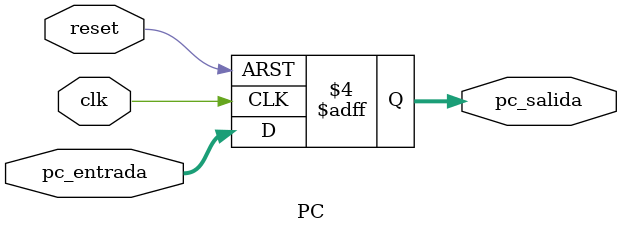
<source format=sv>
module PC  (clk, reset, pc_entrada, pc_salida);

input logic [31:0] pc_entrada;
input logic clk, reset;
output logic [31:0] pc_salida;
 
initial
begin
pc_salida=32'd0;
end

always @(posedge clk or negedge reset)
  begin
	if (!reset)
		pc_salida=32'd0;
	else
		pc_salida=pc_entrada;     
  end
  
endmodule 



</source>
